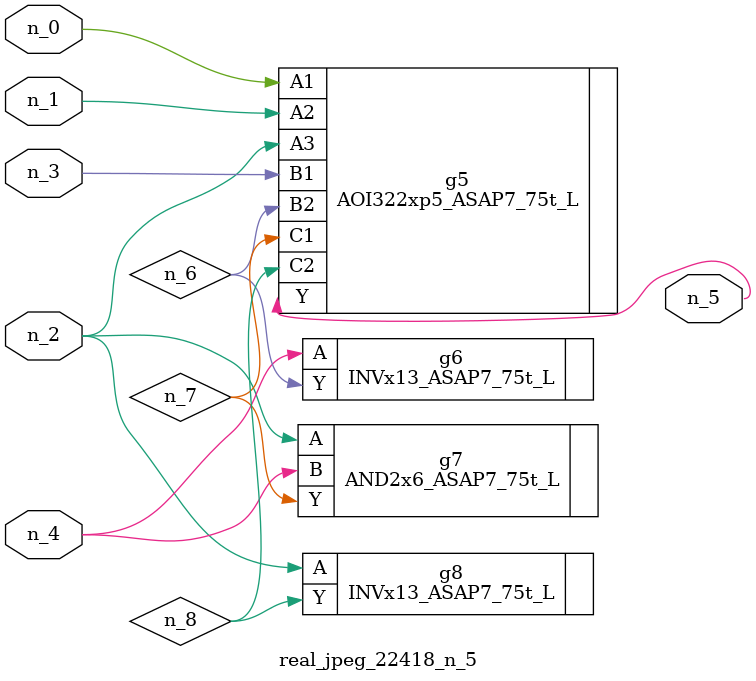
<source format=v>
module real_jpeg_22418_n_5 (n_4, n_0, n_1, n_2, n_3, n_5);

input n_4;
input n_0;
input n_1;
input n_2;
input n_3;

output n_5;

wire n_8;
wire n_6;
wire n_7;

AOI322xp5_ASAP7_75t_L g5 ( 
.A1(n_0),
.A2(n_1),
.A3(n_2),
.B1(n_3),
.B2(n_6),
.C1(n_7),
.C2(n_8),
.Y(n_5)
);

AND2x6_ASAP7_75t_L g7 ( 
.A(n_2),
.B(n_4),
.Y(n_7)
);

INVx13_ASAP7_75t_L g8 ( 
.A(n_2),
.Y(n_8)
);

INVx13_ASAP7_75t_L g6 ( 
.A(n_4),
.Y(n_6)
);


endmodule
</source>
